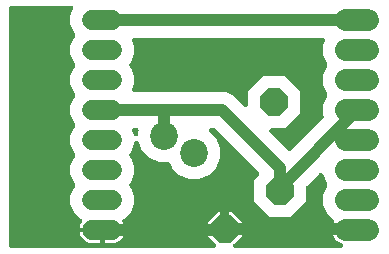
<source format=gbr>
G04 EAGLE Gerber X2 export*
G04 #@! %TF.Part,Single*
G04 #@! %TF.FileFunction,Copper,L2,Bot,Mixed*
G04 #@! %TF.FilePolarity,Positive*
G04 #@! %TF.GenerationSoftware,Autodesk,EAGLE,9.0.0*
G04 #@! %TF.CreationDate,2019-08-08T19:06:15Z*
G75*
%MOMM*%
%FSLAX34Y34*%
%LPD*%
%AMOC8*
5,1,8,0,0,1.08239X$1,22.5*%
G01*
%ADD10P,2.556822X8X112.500000*%
%ADD11C,2.362200*%
%ADD12C,1.676400*%
%ADD13C,1.879600*%
%ADD14C,1.016000*%

G36*
X208742Y10162D02*
X208742Y10162D01*
X208751Y10161D01*
X208944Y10182D01*
X209134Y10201D01*
X209142Y10203D01*
X209151Y10204D01*
X209335Y10262D01*
X209519Y10319D01*
X209526Y10323D01*
X209535Y10326D01*
X209703Y10419D01*
X209873Y10511D01*
X209879Y10516D01*
X209887Y10521D01*
X210034Y10645D01*
X210182Y10768D01*
X210187Y10775D01*
X210194Y10781D01*
X210313Y10932D01*
X210434Y11082D01*
X210438Y11090D01*
X210444Y11097D01*
X210532Y11270D01*
X210620Y11439D01*
X210622Y11448D01*
X210626Y11456D01*
X210678Y11642D01*
X210731Y11826D01*
X210732Y11835D01*
X210734Y11844D01*
X210748Y12037D01*
X210764Y12228D01*
X210763Y12236D01*
X210764Y12245D01*
X210739Y12438D01*
X210717Y12627D01*
X210714Y12636D01*
X210713Y12645D01*
X210652Y12828D01*
X210592Y13010D01*
X210588Y13018D01*
X210585Y13026D01*
X210490Y13191D01*
X210394Y13361D01*
X210389Y13368D01*
X210384Y13375D01*
X210169Y13628D01*
X203580Y20217D01*
X203580Y22416D01*
X216217Y22416D01*
X216235Y22418D01*
X216253Y22417D01*
X216435Y22438D01*
X216618Y22456D01*
X216635Y22461D01*
X216653Y22463D01*
X216827Y22520D01*
X217003Y22574D01*
X217019Y22583D01*
X217035Y22588D01*
X217196Y22679D01*
X217357Y22766D01*
X217371Y22777D01*
X217386Y22786D01*
X217525Y22906D01*
X217666Y23024D01*
X217677Y23038D01*
X217691Y23049D01*
X217803Y23194D01*
X217918Y23337D01*
X217927Y23353D01*
X217935Y23364D01*
X217965Y23308D01*
X217977Y23294D01*
X217985Y23279D01*
X218106Y23139D01*
X218223Y22999D01*
X218237Y22987D01*
X218249Y22974D01*
X218394Y22861D01*
X218537Y22746D01*
X218553Y22738D01*
X218567Y22727D01*
X218732Y22645D01*
X218894Y22561D01*
X218911Y22556D01*
X218927Y22548D01*
X219105Y22500D01*
X219281Y22449D01*
X219299Y22448D01*
X219316Y22443D01*
X219647Y22416D01*
X232284Y22416D01*
X232284Y20217D01*
X225695Y13628D01*
X225689Y13621D01*
X225682Y13616D01*
X225562Y13466D01*
X225440Y13317D01*
X225435Y13309D01*
X225430Y13302D01*
X225341Y13132D01*
X225251Y12961D01*
X225248Y12952D01*
X225244Y12945D01*
X225191Y12760D01*
X225136Y12575D01*
X225135Y12566D01*
X225133Y12558D01*
X225117Y12366D01*
X225100Y12174D01*
X225101Y12165D01*
X225100Y12156D01*
X225122Y11967D01*
X225143Y11774D01*
X225146Y11765D01*
X225147Y11757D01*
X225206Y11575D01*
X225265Y11390D01*
X225269Y11382D01*
X225272Y11374D01*
X225367Y11205D01*
X225460Y11038D01*
X225465Y11031D01*
X225470Y11023D01*
X225596Y10877D01*
X225720Y10731D01*
X225727Y10725D01*
X225733Y10718D01*
X225884Y10601D01*
X226036Y10481D01*
X226044Y10477D01*
X226051Y10472D01*
X226223Y10386D01*
X226395Y10299D01*
X226403Y10296D01*
X226411Y10292D01*
X226598Y10242D01*
X226783Y10191D01*
X226792Y10190D01*
X226800Y10188D01*
X227131Y10161D01*
X316244Y10161D01*
X316328Y10169D01*
X316413Y10168D01*
X316528Y10189D01*
X316645Y10201D01*
X316726Y10225D01*
X316809Y10241D01*
X316918Y10284D01*
X317030Y10319D01*
X317104Y10359D01*
X317182Y10390D01*
X317281Y10455D01*
X317384Y10511D01*
X317449Y10564D01*
X317519Y10611D01*
X317603Y10693D01*
X317693Y10768D01*
X317746Y10834D01*
X317806Y10893D01*
X317872Y10991D01*
X317946Y11082D01*
X317984Y11157D01*
X318032Y11227D01*
X318077Y11335D01*
X318131Y11439D01*
X318154Y11520D01*
X318187Y11598D01*
X318210Y11713D01*
X318242Y11826D01*
X318249Y11910D01*
X318266Y11993D01*
X318266Y12111D01*
X318275Y12228D01*
X318265Y12311D01*
X318265Y12396D01*
X318242Y12511D01*
X318228Y12627D01*
X318202Y12708D01*
X318186Y12790D01*
X318140Y12898D01*
X318104Y13010D01*
X318062Y13084D01*
X318029Y13161D01*
X317963Y13258D01*
X317906Y13361D01*
X317850Y13425D01*
X317803Y13494D01*
X317719Y13577D01*
X317643Y13665D01*
X317576Y13717D01*
X317516Y13776D01*
X317417Y13840D01*
X317324Y13912D01*
X317249Y13950D01*
X317178Y13996D01*
X317041Y14053D01*
X316964Y14092D01*
X316923Y14103D01*
X316872Y14124D01*
X316219Y14336D01*
X314545Y15189D01*
X313024Y16294D01*
X311696Y17622D01*
X310591Y19143D01*
X309738Y20817D01*
X309157Y22604D01*
X309117Y22861D01*
X329692Y22861D01*
X329710Y22862D01*
X329727Y22861D01*
X329910Y22882D01*
X330092Y22901D01*
X330109Y22906D01*
X330127Y22908D01*
X330302Y22965D01*
X330477Y23019D01*
X330493Y23027D01*
X330510Y23033D01*
X330670Y23123D01*
X330831Y23210D01*
X330845Y23222D01*
X330861Y23231D01*
X331000Y23351D01*
X331141Y23468D01*
X331152Y23482D01*
X331165Y23494D01*
X331278Y23639D01*
X331393Y23782D01*
X331401Y23798D01*
X331412Y23812D01*
X331494Y23977D01*
X331534Y24053D01*
X331686Y24139D01*
X331848Y24227D01*
X331861Y24238D01*
X331877Y24247D01*
X332016Y24367D01*
X332157Y24485D01*
X332168Y24498D01*
X332182Y24510D01*
X332294Y24655D01*
X332409Y24798D01*
X332417Y24814D01*
X332428Y24828D01*
X332510Y24993D01*
X332595Y25156D01*
X332600Y25173D01*
X332608Y25189D01*
X332655Y25367D01*
X332706Y25542D01*
X332708Y25560D01*
X332712Y25577D01*
X332739Y25908D01*
X332739Y29210D01*
X332737Y29228D01*
X332739Y29246D01*
X332718Y29428D01*
X332699Y29611D01*
X332694Y29628D01*
X332692Y29645D01*
X332635Y29820D01*
X332581Y29996D01*
X332573Y30011D01*
X332567Y30028D01*
X332477Y30188D01*
X332389Y30350D01*
X332378Y30363D01*
X332369Y30379D01*
X332249Y30518D01*
X332132Y30659D01*
X332118Y30670D01*
X332106Y30684D01*
X331961Y30796D01*
X331818Y30911D01*
X331802Y30919D01*
X331788Y30930D01*
X331623Y31012D01*
X331461Y31097D01*
X331444Y31102D01*
X331428Y31110D01*
X331249Y31157D01*
X331074Y31208D01*
X331056Y31210D01*
X331039Y31214D01*
X330708Y31241D01*
X329692Y31241D01*
X329674Y31239D01*
X329656Y31241D01*
X329474Y31220D01*
X329291Y31201D01*
X329274Y31196D01*
X329257Y31194D01*
X329082Y31137D01*
X328906Y31083D01*
X328891Y31075D01*
X328874Y31069D01*
X328714Y30979D01*
X328552Y30891D01*
X328539Y30880D01*
X328523Y30871D01*
X328384Y30751D01*
X328243Y30634D01*
X328232Y30620D01*
X328218Y30608D01*
X328106Y30463D01*
X327991Y30320D01*
X327983Y30304D01*
X327972Y30290D01*
X327890Y30125D01*
X327805Y29963D01*
X327800Y29946D01*
X327792Y29930D01*
X327744Y29751D01*
X327694Y29576D01*
X327692Y29558D01*
X327688Y29541D01*
X327661Y29210D01*
X327661Y27939D01*
X309117Y27939D01*
X309157Y28196D01*
X309738Y29983D01*
X310520Y31518D01*
X310555Y31609D01*
X310600Y31695D01*
X310628Y31796D01*
X310666Y31893D01*
X310683Y31989D01*
X310710Y32083D01*
X310718Y32187D01*
X310736Y32289D01*
X310733Y32387D01*
X310741Y32484D01*
X310728Y32588D01*
X310726Y32692D01*
X310704Y32787D01*
X310692Y32884D01*
X310659Y32983D01*
X310636Y33084D01*
X310596Y33173D01*
X310566Y33266D01*
X310514Y33357D01*
X310471Y33452D01*
X310415Y33531D01*
X310366Y33616D01*
X310298Y33694D01*
X310237Y33779D01*
X310166Y33846D01*
X310102Y33919D01*
X310019Y33983D01*
X309943Y34054D01*
X309860Y34105D01*
X309783Y34165D01*
X309771Y34171D01*
X304221Y39721D01*
X301243Y46909D01*
X301243Y54691D01*
X304221Y61879D01*
X304405Y62064D01*
X304417Y62077D01*
X304430Y62089D01*
X304544Y62233D01*
X304660Y62375D01*
X304669Y62391D01*
X304680Y62405D01*
X304763Y62569D01*
X304849Y62731D01*
X304854Y62748D01*
X304862Y62764D01*
X304912Y62941D01*
X304964Y63117D01*
X304965Y63134D01*
X304970Y63152D01*
X304984Y63335D01*
X305000Y63518D01*
X304998Y63535D01*
X305000Y63553D01*
X304977Y63736D01*
X304957Y63918D01*
X304952Y63935D01*
X304949Y63953D01*
X304891Y64127D01*
X304835Y64302D01*
X304827Y64317D01*
X304821Y64334D01*
X304729Y64494D01*
X304641Y64654D01*
X304629Y64668D01*
X304620Y64683D01*
X304405Y64936D01*
X304221Y65121D01*
X301182Y72457D01*
X301176Y72469D01*
X301172Y72481D01*
X301081Y72645D01*
X300992Y72812D01*
X300984Y72822D01*
X300977Y72834D01*
X300856Y72976D01*
X300736Y73122D01*
X300725Y73130D01*
X300717Y73141D01*
X300569Y73257D01*
X300423Y73376D01*
X300411Y73382D01*
X300401Y73390D01*
X300232Y73476D01*
X300067Y73563D01*
X300054Y73566D01*
X300042Y73573D01*
X299860Y73623D01*
X299680Y73676D01*
X299667Y73677D01*
X299654Y73681D01*
X299465Y73694D01*
X299279Y73710D01*
X299266Y73709D01*
X299252Y73710D01*
X299064Y73686D01*
X298879Y73665D01*
X298866Y73661D01*
X298853Y73660D01*
X298674Y73599D01*
X298496Y73542D01*
X298484Y73536D01*
X298471Y73531D01*
X298308Y73437D01*
X298144Y73346D01*
X298134Y73337D01*
X298122Y73330D01*
X297869Y73116D01*
X287489Y62735D01*
X287472Y62714D01*
X287451Y62697D01*
X287344Y62559D01*
X287234Y62424D01*
X287221Y62400D01*
X287205Y62379D01*
X287127Y62222D01*
X287045Y62068D01*
X287037Y62042D01*
X287025Y62018D01*
X286980Y61849D01*
X286930Y61682D01*
X286928Y61655D01*
X286921Y61629D01*
X286894Y61299D01*
X286894Y49573D01*
X274023Y36702D01*
X255821Y36702D01*
X242950Y49573D01*
X242950Y67775D01*
X246825Y71649D01*
X246836Y71663D01*
X246849Y71675D01*
X246963Y71819D01*
X247080Y71961D01*
X247088Y71976D01*
X247099Y71990D01*
X247182Y72155D01*
X247268Y72316D01*
X247273Y72333D01*
X247281Y72349D01*
X247331Y72527D01*
X247383Y72702D01*
X247385Y72720D01*
X247389Y72737D01*
X247403Y72920D01*
X247419Y73103D01*
X247417Y73121D01*
X247419Y73139D01*
X247396Y73321D01*
X247376Y73504D01*
X247371Y73521D01*
X247368Y73538D01*
X247310Y73712D01*
X247254Y73887D01*
X247246Y73903D01*
X247240Y73920D01*
X247148Y74079D01*
X247060Y74240D01*
X247048Y74253D01*
X247039Y74269D01*
X246825Y74522D01*
X210182Y111164D01*
X210161Y111181D01*
X210144Y111202D01*
X210006Y111309D01*
X209871Y111419D01*
X209847Y111432D01*
X209826Y111448D01*
X209669Y111526D01*
X209515Y111608D01*
X209489Y111616D01*
X209465Y111628D01*
X209296Y111673D01*
X209129Y111723D01*
X209102Y111725D01*
X209076Y111732D01*
X208746Y111759D01*
X206919Y111759D01*
X206910Y111758D01*
X206902Y111759D01*
X206710Y111738D01*
X206519Y111719D01*
X206510Y111717D01*
X206501Y111716D01*
X206319Y111658D01*
X206134Y111601D01*
X206126Y111597D01*
X206117Y111594D01*
X205949Y111501D01*
X205780Y111409D01*
X205773Y111404D01*
X205765Y111399D01*
X205617Y111274D01*
X205470Y111152D01*
X205465Y111145D01*
X205458Y111139D01*
X205339Y110988D01*
X205218Y110838D01*
X205214Y110830D01*
X205208Y110823D01*
X205121Y110650D01*
X205033Y110481D01*
X205030Y110472D01*
X205026Y110464D01*
X204974Y110278D01*
X204921Y110094D01*
X204921Y110085D01*
X204918Y110076D01*
X204904Y109883D01*
X204888Y109692D01*
X204889Y109684D01*
X204889Y109675D01*
X204913Y109482D01*
X204935Y109293D01*
X204938Y109284D01*
X204939Y109275D01*
X205001Y109092D01*
X205060Y108910D01*
X205065Y108902D01*
X205067Y108894D01*
X205163Y108727D01*
X205258Y108559D01*
X205264Y108552D01*
X205268Y108545D01*
X205483Y108292D01*
X210651Y103124D01*
X213996Y95048D01*
X213996Y86308D01*
X210651Y78232D01*
X204470Y72051D01*
X196394Y68706D01*
X187654Y68706D01*
X179578Y72051D01*
X173397Y78232D01*
X172076Y81422D01*
X172065Y81442D01*
X172058Y81463D01*
X171970Y81620D01*
X171886Y81777D01*
X171871Y81794D01*
X171860Y81814D01*
X171743Y81950D01*
X171629Y82088D01*
X171612Y82102D01*
X171597Y82119D01*
X171456Y82228D01*
X171317Y82341D01*
X171297Y82352D01*
X171279Y82365D01*
X171118Y82445D01*
X170960Y82528D01*
X170939Y82535D01*
X170919Y82545D01*
X170745Y82591D01*
X170574Y82641D01*
X170551Y82643D01*
X170530Y82649D01*
X170199Y82676D01*
X162508Y82676D01*
X154432Y86021D01*
X148251Y92202D01*
X145133Y99731D01*
X145131Y99735D01*
X145129Y99739D01*
X145034Y99915D01*
X144942Y100086D01*
X144940Y100089D01*
X144937Y100093D01*
X144811Y100245D01*
X144686Y100396D01*
X144682Y100399D01*
X144680Y100403D01*
X144527Y100525D01*
X144373Y100650D01*
X144369Y100652D01*
X144366Y100655D01*
X144191Y100746D01*
X144017Y100837D01*
X144013Y100838D01*
X144009Y100840D01*
X143819Y100895D01*
X143630Y100950D01*
X143626Y100951D01*
X143622Y100952D01*
X143424Y100968D01*
X143229Y100985D01*
X143225Y100984D01*
X143220Y100985D01*
X143023Y100962D01*
X142829Y100940D01*
X142825Y100938D01*
X142821Y100938D01*
X142632Y100876D01*
X142446Y100817D01*
X142442Y100814D01*
X142438Y100813D01*
X142265Y100716D01*
X142094Y100620D01*
X142091Y100617D01*
X142087Y100615D01*
X141938Y100487D01*
X141789Y100358D01*
X141786Y100355D01*
X141782Y100352D01*
X141663Y100198D01*
X141540Y100041D01*
X141538Y100037D01*
X141536Y100034D01*
X141448Y99857D01*
X141360Y99682D01*
X141358Y99677D01*
X141356Y99673D01*
X141305Y99480D01*
X141253Y99293D01*
X141253Y99289D01*
X141252Y99285D01*
X141225Y98954D01*
X141225Y97912D01*
X138402Y91096D01*
X137642Y90336D01*
X137630Y90323D01*
X137617Y90311D01*
X137503Y90167D01*
X137387Y90025D01*
X137378Y90009D01*
X137367Y89995D01*
X137284Y89831D01*
X137198Y89669D01*
X137193Y89652D01*
X137185Y89636D01*
X137136Y89459D01*
X137083Y89283D01*
X137082Y89265D01*
X137077Y89248D01*
X137063Y89065D01*
X137047Y88882D01*
X137049Y88864D01*
X137047Y88847D01*
X137070Y88665D01*
X137090Y88482D01*
X137096Y88465D01*
X137098Y88447D01*
X137156Y88274D01*
X137212Y88098D01*
X137220Y88082D01*
X137226Y88066D01*
X137318Y87906D01*
X137407Y87746D01*
X137418Y87732D01*
X137427Y87717D01*
X137642Y87464D01*
X138402Y86704D01*
X141225Y79888D01*
X141225Y72512D01*
X138402Y65696D01*
X137642Y64936D01*
X137630Y64923D01*
X137617Y64911D01*
X137503Y64767D01*
X137387Y64625D01*
X137378Y64609D01*
X137367Y64595D01*
X137284Y64431D01*
X137198Y64269D01*
X137193Y64252D01*
X137185Y64236D01*
X137136Y64059D01*
X137083Y63883D01*
X137082Y63865D01*
X137077Y63848D01*
X137063Y63665D01*
X137047Y63482D01*
X137049Y63464D01*
X137047Y63447D01*
X137070Y63265D01*
X137090Y63082D01*
X137096Y63065D01*
X137098Y63047D01*
X137156Y62874D01*
X137212Y62698D01*
X137220Y62682D01*
X137226Y62666D01*
X137318Y62507D01*
X137407Y62346D01*
X137418Y62332D01*
X137427Y62317D01*
X137642Y62064D01*
X138402Y61304D01*
X141225Y54488D01*
X141225Y47112D01*
X138402Y40296D01*
X133186Y35080D01*
X132464Y34781D01*
X132415Y34755D01*
X132363Y34736D01*
X132238Y34660D01*
X132109Y34591D01*
X132066Y34556D01*
X132019Y34527D01*
X131912Y34428D01*
X131799Y34335D01*
X131764Y34292D01*
X131723Y34254D01*
X131637Y34136D01*
X131545Y34022D01*
X131519Y33973D01*
X131487Y33928D01*
X131426Y33795D01*
X131358Y33666D01*
X131342Y33612D01*
X131319Y33562D01*
X131286Y33420D01*
X131245Y33279D01*
X131240Y33224D01*
X131228Y33170D01*
X131223Y33024D01*
X131210Y32878D01*
X131217Y32823D01*
X131215Y32767D01*
X131239Y32623D01*
X131256Y32478D01*
X131273Y32425D01*
X131282Y32370D01*
X131334Y32234D01*
X131379Y32095D01*
X131406Y32046D01*
X131426Y31994D01*
X131537Y31811D01*
X131575Y31743D01*
X131587Y31730D01*
X131598Y31711D01*
X132024Y31125D01*
X132804Y29593D01*
X133336Y27958D01*
X133419Y27431D01*
X114300Y27431D01*
X95181Y27431D01*
X95264Y27958D01*
X95796Y29593D01*
X96576Y31125D01*
X97002Y31711D01*
X97030Y31759D01*
X97065Y31802D01*
X97131Y31932D01*
X97205Y32058D01*
X97223Y32111D01*
X97249Y32160D01*
X97288Y32301D01*
X97336Y32439D01*
X97343Y32494D01*
X97358Y32548D01*
X97370Y32694D01*
X97389Y32838D01*
X97385Y32894D01*
X97389Y32949D01*
X97372Y33094D01*
X97362Y33240D01*
X97347Y33294D01*
X97341Y33349D01*
X97295Y33488D01*
X97256Y33629D01*
X97232Y33678D01*
X97214Y33731D01*
X97142Y33858D01*
X97076Y33989D01*
X97042Y34032D01*
X97015Y34081D01*
X96918Y34191D01*
X96829Y34306D01*
X96787Y34342D01*
X96750Y34384D01*
X96634Y34474D01*
X96524Y34569D01*
X96475Y34596D01*
X96431Y34630D01*
X96240Y34728D01*
X96173Y34766D01*
X96156Y34771D01*
X96136Y34781D01*
X95414Y35080D01*
X90198Y40296D01*
X87375Y47112D01*
X87375Y54488D01*
X90198Y61304D01*
X90958Y62064D01*
X90970Y62078D01*
X90983Y62089D01*
X91097Y62233D01*
X91213Y62375D01*
X91222Y62391D01*
X91233Y62405D01*
X91316Y62569D01*
X91402Y62731D01*
X91407Y62748D01*
X91415Y62764D01*
X91464Y62941D01*
X91517Y63117D01*
X91518Y63135D01*
X91523Y63152D01*
X91537Y63335D01*
X91553Y63518D01*
X91551Y63536D01*
X91553Y63553D01*
X91530Y63735D01*
X91510Y63918D01*
X91504Y63935D01*
X91502Y63953D01*
X91444Y64126D01*
X91388Y64302D01*
X91380Y64318D01*
X91374Y64334D01*
X91282Y64494D01*
X91193Y64654D01*
X91182Y64668D01*
X91173Y64683D01*
X90958Y64936D01*
X90198Y65696D01*
X87375Y72512D01*
X87375Y79888D01*
X90198Y86704D01*
X90958Y87464D01*
X90970Y87478D01*
X90983Y87489D01*
X91097Y87633D01*
X91213Y87775D01*
X91222Y87791D01*
X91233Y87805D01*
X91316Y87969D01*
X91402Y88131D01*
X91407Y88148D01*
X91415Y88164D01*
X91464Y88341D01*
X91517Y88517D01*
X91518Y88535D01*
X91523Y88552D01*
X91537Y88735D01*
X91553Y88918D01*
X91551Y88936D01*
X91553Y88953D01*
X91530Y89135D01*
X91510Y89318D01*
X91504Y89335D01*
X91502Y89353D01*
X91444Y89526D01*
X91388Y89702D01*
X91380Y89718D01*
X91374Y89734D01*
X91282Y89894D01*
X91193Y90054D01*
X91182Y90068D01*
X91173Y90083D01*
X90958Y90336D01*
X90198Y91096D01*
X87375Y97912D01*
X87375Y105288D01*
X90198Y112104D01*
X90958Y112864D01*
X90970Y112878D01*
X90983Y112889D01*
X91097Y113033D01*
X91213Y113175D01*
X91222Y113191D01*
X91233Y113205D01*
X91316Y113369D01*
X91402Y113531D01*
X91407Y113548D01*
X91415Y113564D01*
X91464Y113741D01*
X91517Y113917D01*
X91518Y113935D01*
X91523Y113952D01*
X91537Y114135D01*
X91553Y114318D01*
X91551Y114336D01*
X91553Y114353D01*
X91530Y114535D01*
X91510Y114718D01*
X91504Y114735D01*
X91502Y114753D01*
X91444Y114926D01*
X91388Y115102D01*
X91380Y115118D01*
X91374Y115134D01*
X91282Y115294D01*
X91193Y115454D01*
X91182Y115468D01*
X91173Y115483D01*
X90958Y115736D01*
X90198Y116496D01*
X87375Y123312D01*
X87375Y130688D01*
X90198Y137504D01*
X90958Y138264D01*
X90970Y138278D01*
X90983Y138289D01*
X91097Y138433D01*
X91213Y138575D01*
X91222Y138591D01*
X91233Y138605D01*
X91316Y138769D01*
X91402Y138931D01*
X91407Y138948D01*
X91415Y138964D01*
X91464Y139141D01*
X91517Y139317D01*
X91518Y139335D01*
X91523Y139352D01*
X91537Y139535D01*
X91553Y139718D01*
X91551Y139736D01*
X91553Y139753D01*
X91530Y139935D01*
X91510Y140118D01*
X91504Y140135D01*
X91502Y140153D01*
X91444Y140326D01*
X91388Y140502D01*
X91380Y140518D01*
X91374Y140534D01*
X91282Y140694D01*
X91193Y140854D01*
X91182Y140868D01*
X91173Y140883D01*
X90958Y141136D01*
X90198Y141896D01*
X87375Y148712D01*
X87375Y156088D01*
X90198Y162904D01*
X90958Y163664D01*
X90970Y163678D01*
X90983Y163689D01*
X91097Y163833D01*
X91213Y163975D01*
X91222Y163991D01*
X91233Y164005D01*
X91316Y164169D01*
X91402Y164331D01*
X91407Y164348D01*
X91415Y164364D01*
X91464Y164541D01*
X91517Y164717D01*
X91518Y164735D01*
X91523Y164752D01*
X91537Y164935D01*
X91553Y165118D01*
X91551Y165136D01*
X91553Y165153D01*
X91530Y165335D01*
X91510Y165518D01*
X91504Y165535D01*
X91502Y165553D01*
X91444Y165726D01*
X91388Y165902D01*
X91380Y165918D01*
X91374Y165934D01*
X91282Y166094D01*
X91193Y166254D01*
X91182Y166268D01*
X91173Y166283D01*
X90958Y166536D01*
X90198Y167296D01*
X87375Y174112D01*
X87375Y181488D01*
X90198Y188304D01*
X90958Y189064D01*
X90970Y189078D01*
X90983Y189089D01*
X91097Y189233D01*
X91213Y189375D01*
X91222Y189391D01*
X91233Y189405D01*
X91316Y189569D01*
X91402Y189731D01*
X91407Y189748D01*
X91415Y189764D01*
X91464Y189941D01*
X91517Y190117D01*
X91518Y190135D01*
X91523Y190152D01*
X91537Y190334D01*
X91553Y190518D01*
X91551Y190536D01*
X91553Y190553D01*
X91530Y190735D01*
X91510Y190918D01*
X91504Y190935D01*
X91502Y190953D01*
X91444Y191126D01*
X91388Y191302D01*
X91380Y191318D01*
X91374Y191334D01*
X91282Y191494D01*
X91193Y191654D01*
X91182Y191668D01*
X91173Y191683D01*
X90958Y191936D01*
X90198Y192696D01*
X87375Y199512D01*
X87375Y206888D01*
X89630Y212331D01*
X89633Y212344D01*
X89640Y212355D01*
X89692Y212536D01*
X89746Y212716D01*
X89747Y212729D01*
X89751Y212742D01*
X89766Y212930D01*
X89784Y213117D01*
X89783Y213130D01*
X89784Y213144D01*
X89762Y213331D01*
X89742Y213517D01*
X89739Y213530D01*
X89737Y213543D01*
X89678Y213723D01*
X89623Y213902D01*
X89616Y213913D01*
X89612Y213926D01*
X89519Y214091D01*
X89429Y214255D01*
X89421Y214265D01*
X89414Y214277D01*
X89291Y214419D01*
X89170Y214563D01*
X89160Y214571D01*
X89151Y214582D01*
X89003Y214697D01*
X88855Y214814D01*
X88844Y214820D01*
X88833Y214828D01*
X88664Y214912D01*
X88497Y214998D01*
X88484Y215002D01*
X88472Y215008D01*
X88289Y215057D01*
X88110Y215108D01*
X88097Y215109D01*
X88084Y215112D01*
X87753Y215139D01*
X37592Y215139D01*
X37574Y215137D01*
X37556Y215139D01*
X37374Y215118D01*
X37191Y215099D01*
X37174Y215094D01*
X37157Y215092D01*
X36982Y215035D01*
X36806Y214981D01*
X36791Y214973D01*
X36774Y214967D01*
X36614Y214877D01*
X36452Y214789D01*
X36439Y214778D01*
X36423Y214769D01*
X36284Y214649D01*
X36143Y214532D01*
X36132Y214518D01*
X36118Y214506D01*
X36006Y214361D01*
X35891Y214218D01*
X35883Y214202D01*
X35872Y214188D01*
X35790Y214023D01*
X35705Y213861D01*
X35700Y213844D01*
X35692Y213828D01*
X35645Y213649D01*
X35594Y213474D01*
X35592Y213456D01*
X35588Y213439D01*
X35561Y213108D01*
X35561Y12192D01*
X35563Y12174D01*
X35561Y12156D01*
X35582Y11974D01*
X35601Y11791D01*
X35606Y11774D01*
X35608Y11757D01*
X35665Y11582D01*
X35719Y11406D01*
X35727Y11391D01*
X35733Y11374D01*
X35823Y11214D01*
X35911Y11052D01*
X35922Y11039D01*
X35931Y11023D01*
X36051Y10884D01*
X36168Y10743D01*
X36182Y10732D01*
X36194Y10718D01*
X36339Y10606D01*
X36482Y10491D01*
X36498Y10483D01*
X36512Y10472D01*
X36677Y10390D01*
X36839Y10305D01*
X36856Y10300D01*
X36872Y10292D01*
X37051Y10245D01*
X37226Y10194D01*
X37244Y10192D01*
X37261Y10188D01*
X37592Y10161D01*
X208733Y10161D01*
X208742Y10162D01*
G37*
G36*
X273086Y92247D02*
X273086Y92247D01*
X273103Y92246D01*
X273285Y92269D01*
X273468Y92288D01*
X273485Y92294D01*
X273503Y92296D01*
X273677Y92355D01*
X273852Y92410D01*
X273868Y92419D01*
X273884Y92424D01*
X274044Y92516D01*
X274204Y92605D01*
X274218Y92616D01*
X274233Y92625D01*
X274486Y92840D01*
X301312Y119666D01*
X301327Y119683D01*
X301343Y119698D01*
X301454Y119839D01*
X301567Y119978D01*
X301578Y119997D01*
X301592Y120015D01*
X301673Y120176D01*
X301756Y120333D01*
X301762Y120354D01*
X301772Y120375D01*
X301820Y120548D01*
X301871Y120719D01*
X301873Y120741D01*
X301879Y120763D01*
X301891Y120942D01*
X301907Y121120D01*
X301905Y121142D01*
X301906Y121165D01*
X301883Y121342D01*
X301864Y121520D01*
X301857Y121542D01*
X301854Y121564D01*
X301753Y121880D01*
X301243Y123110D01*
X301243Y130891D01*
X304221Y138079D01*
X304405Y138264D01*
X304417Y138277D01*
X304430Y138289D01*
X304544Y138433D01*
X304660Y138575D01*
X304669Y138591D01*
X304680Y138605D01*
X304763Y138769D01*
X304849Y138931D01*
X304854Y138948D01*
X304862Y138964D01*
X304912Y139141D01*
X304964Y139317D01*
X304965Y139334D01*
X304970Y139352D01*
X304984Y139535D01*
X305000Y139718D01*
X304998Y139735D01*
X305000Y139753D01*
X304977Y139936D01*
X304957Y140118D01*
X304952Y140135D01*
X304949Y140153D01*
X304891Y140327D01*
X304835Y140502D01*
X304827Y140517D01*
X304821Y140534D01*
X304729Y140694D01*
X304641Y140854D01*
X304629Y140868D01*
X304620Y140883D01*
X304405Y141136D01*
X304221Y141321D01*
X301243Y148509D01*
X301243Y156291D01*
X304221Y163479D01*
X304405Y163664D01*
X304417Y163677D01*
X304430Y163689D01*
X304544Y163833D01*
X304660Y163975D01*
X304669Y163991D01*
X304680Y164005D01*
X304763Y164169D01*
X304849Y164331D01*
X304854Y164348D01*
X304862Y164364D01*
X304912Y164541D01*
X304964Y164717D01*
X304965Y164734D01*
X304970Y164752D01*
X304984Y164935D01*
X305000Y165118D01*
X304998Y165135D01*
X305000Y165153D01*
X304977Y165336D01*
X304957Y165518D01*
X304952Y165535D01*
X304949Y165553D01*
X304891Y165727D01*
X304835Y165902D01*
X304827Y165917D01*
X304821Y165934D01*
X304729Y166094D01*
X304641Y166254D01*
X304629Y166268D01*
X304620Y166283D01*
X304405Y166536D01*
X304221Y166721D01*
X301243Y173909D01*
X301243Y181690D01*
X302677Y185151D01*
X302680Y185164D01*
X302687Y185175D01*
X302738Y185355D01*
X302793Y185536D01*
X302794Y185549D01*
X302798Y185562D01*
X302813Y185750D01*
X302831Y185937D01*
X302830Y185950D01*
X302831Y185964D01*
X302809Y186150D01*
X302790Y186337D01*
X302785Y186350D01*
X302784Y186363D01*
X302726Y186542D01*
X302670Y186722D01*
X302663Y186733D01*
X302659Y186746D01*
X302566Y186911D01*
X302476Y187075D01*
X302468Y187085D01*
X302461Y187097D01*
X302338Y187239D01*
X302217Y187383D01*
X302207Y187391D01*
X302198Y187402D01*
X302050Y187516D01*
X301902Y187634D01*
X301890Y187640D01*
X301880Y187648D01*
X301712Y187732D01*
X301544Y187818D01*
X301531Y187822D01*
X301519Y187828D01*
X301337Y187877D01*
X301157Y187928D01*
X301144Y187929D01*
X301131Y187932D01*
X300800Y187959D01*
X141584Y187959D01*
X141571Y187958D01*
X141558Y187959D01*
X141372Y187938D01*
X141184Y187919D01*
X141171Y187915D01*
X141158Y187914D01*
X140978Y187856D01*
X140799Y187801D01*
X140787Y187795D01*
X140774Y187791D01*
X140610Y187699D01*
X140445Y187609D01*
X140435Y187601D01*
X140423Y187594D01*
X140280Y187472D01*
X140136Y187352D01*
X140127Y187341D01*
X140117Y187333D01*
X140001Y187184D01*
X139883Y187038D01*
X139877Y187026D01*
X139869Y187016D01*
X139784Y186846D01*
X139698Y186681D01*
X139694Y186668D01*
X139688Y186656D01*
X139638Y186473D01*
X139586Y186294D01*
X139585Y186280D01*
X139582Y186267D01*
X139569Y186079D01*
X139553Y185892D01*
X139555Y185879D01*
X139554Y185866D01*
X139579Y185678D01*
X139600Y185493D01*
X139604Y185480D01*
X139606Y185467D01*
X139708Y185151D01*
X141225Y181488D01*
X141225Y174112D01*
X138402Y167296D01*
X137642Y166536D01*
X137630Y166523D01*
X137617Y166511D01*
X137503Y166367D01*
X137387Y166225D01*
X137378Y166209D01*
X137367Y166195D01*
X137284Y166031D01*
X137198Y165869D01*
X137193Y165852D01*
X137185Y165836D01*
X137136Y165659D01*
X137083Y165483D01*
X137082Y165465D01*
X137077Y165448D01*
X137063Y165265D01*
X137047Y165082D01*
X137049Y165064D01*
X137047Y165047D01*
X137070Y164865D01*
X137090Y164682D01*
X137096Y164665D01*
X137098Y164647D01*
X137156Y164474D01*
X137212Y164298D01*
X137220Y164282D01*
X137226Y164266D01*
X137318Y164107D01*
X137407Y163946D01*
X137418Y163932D01*
X137427Y163917D01*
X137642Y163664D01*
X138402Y162904D01*
X141225Y156088D01*
X141225Y148712D01*
X139708Y145049D01*
X139704Y145036D01*
X139698Y145025D01*
X139646Y144845D01*
X139591Y144664D01*
X139590Y144651D01*
X139586Y144638D01*
X139571Y144450D01*
X139553Y144263D01*
X139555Y144250D01*
X139553Y144236D01*
X139575Y144050D01*
X139595Y143863D01*
X139599Y143850D01*
X139600Y143837D01*
X139659Y143658D01*
X139715Y143478D01*
X139721Y143467D01*
X139725Y143454D01*
X139817Y143290D01*
X139908Y143125D01*
X139917Y143115D01*
X139923Y143103D01*
X140046Y142961D01*
X140167Y142817D01*
X140178Y142809D01*
X140186Y142798D01*
X140334Y142684D01*
X140482Y142566D01*
X140494Y142560D01*
X140504Y142552D01*
X140673Y142468D01*
X140840Y142382D01*
X140853Y142378D01*
X140865Y142372D01*
X141048Y142323D01*
X141227Y142272D01*
X141241Y142271D01*
X141254Y142268D01*
X141584Y142241D01*
X218932Y142241D01*
X224533Y139920D01*
X234149Y130305D01*
X234156Y130299D01*
X234161Y130292D01*
X234311Y130172D01*
X234460Y130050D01*
X234468Y130046D01*
X234475Y130040D01*
X234645Y129952D01*
X234816Y129861D01*
X234825Y129859D01*
X234832Y129855D01*
X235017Y129801D01*
X235202Y129746D01*
X235211Y129746D01*
X235219Y129743D01*
X235411Y129728D01*
X235603Y129710D01*
X235612Y129711D01*
X235621Y129710D01*
X235810Y129732D01*
X236003Y129753D01*
X236012Y129756D01*
X236020Y129757D01*
X236202Y129817D01*
X236387Y129875D01*
X236395Y129879D01*
X236403Y129882D01*
X236572Y129977D01*
X236739Y130070D01*
X236746Y130076D01*
X236754Y130080D01*
X236900Y130206D01*
X237046Y130330D01*
X237052Y130337D01*
X237059Y130343D01*
X237176Y130495D01*
X237296Y130646D01*
X237300Y130654D01*
X237305Y130661D01*
X237391Y130833D01*
X237478Y131005D01*
X237481Y131014D01*
X237485Y131022D01*
X237535Y131208D01*
X237586Y131393D01*
X237587Y131402D01*
X237589Y131411D01*
X237616Y131741D01*
X237616Y142705D01*
X250487Y155576D01*
X268689Y155576D01*
X281560Y142705D01*
X281560Y124503D01*
X268689Y111632D01*
X257725Y111632D01*
X257716Y111631D01*
X257707Y111632D01*
X257514Y111611D01*
X257325Y111592D01*
X257316Y111590D01*
X257307Y111589D01*
X257124Y111531D01*
X256940Y111474D01*
X256932Y111470D01*
X256923Y111467D01*
X256756Y111375D01*
X256586Y111282D01*
X256579Y111277D01*
X256571Y111272D01*
X256424Y111148D01*
X256276Y111025D01*
X256271Y111018D01*
X256264Y111012D01*
X256144Y110860D01*
X256024Y110711D01*
X256020Y110703D01*
X256014Y110696D01*
X255926Y110522D01*
X255839Y110354D01*
X255836Y110345D01*
X255832Y110337D01*
X255780Y110151D01*
X255727Y109967D01*
X255726Y109958D01*
X255724Y109949D01*
X255710Y109756D01*
X255694Y109565D01*
X255695Y109557D01*
X255695Y109548D01*
X255719Y109355D01*
X255741Y109166D01*
X255744Y109157D01*
X255745Y109148D01*
X255806Y108965D01*
X255866Y108783D01*
X255870Y108775D01*
X255873Y108767D01*
X255969Y108600D01*
X256064Y108432D01*
X256070Y108425D01*
X256074Y108418D01*
X256289Y108165D01*
X271614Y92840D01*
X271628Y92829D01*
X271639Y92815D01*
X271783Y92701D01*
X271925Y92585D01*
X271941Y92577D01*
X271955Y92565D01*
X272119Y92482D01*
X272281Y92396D01*
X272298Y92391D01*
X272314Y92383D01*
X272491Y92334D01*
X272667Y92281D01*
X272685Y92280D01*
X272702Y92275D01*
X272885Y92262D01*
X273068Y92245D01*
X273086Y92247D01*
G37*
%LPC*%
G36*
X116331Y14477D02*
X116331Y14477D01*
X116331Y23369D01*
X133419Y23369D01*
X133336Y22842D01*
X132804Y21207D01*
X132024Y19675D01*
X131013Y18284D01*
X129798Y17069D01*
X128407Y16058D01*
X126875Y15278D01*
X125240Y14746D01*
X123542Y14477D01*
X116331Y14477D01*
G37*
%LPD*%
%LPC*%
G36*
X105058Y14477D02*
X105058Y14477D01*
X103360Y14746D01*
X101725Y15278D01*
X100193Y16058D01*
X98802Y17069D01*
X97587Y18284D01*
X96576Y19675D01*
X95796Y21207D01*
X95264Y22842D01*
X95181Y23369D01*
X112269Y23369D01*
X112269Y14477D01*
X105058Y14477D01*
G37*
%LPD*%
%LPC*%
G36*
X221678Y29908D02*
X221678Y29908D01*
X221678Y40514D01*
X223877Y40514D01*
X232284Y32107D01*
X232284Y29908D01*
X221678Y29908D01*
G37*
%LPD*%
%LPC*%
G36*
X203580Y29908D02*
X203580Y29908D01*
X203580Y32107D01*
X211987Y40514D01*
X214186Y40514D01*
X214186Y29908D01*
X203580Y29908D01*
G37*
%LPD*%
G36*
X142906Y104582D02*
X142906Y104582D01*
X142911Y104581D01*
X143108Y104604D01*
X143302Y104626D01*
X143306Y104628D01*
X143310Y104628D01*
X143497Y104689D01*
X143685Y104749D01*
X143689Y104752D01*
X143693Y104753D01*
X143864Y104849D01*
X144037Y104946D01*
X144040Y104949D01*
X144044Y104951D01*
X144193Y105079D01*
X144342Y105208D01*
X144345Y105211D01*
X144349Y105214D01*
X144468Y105368D01*
X144591Y105525D01*
X144593Y105529D01*
X144595Y105532D01*
X144683Y105709D01*
X144771Y105884D01*
X144773Y105889D01*
X144775Y105893D01*
X144826Y106084D01*
X144878Y106273D01*
X144878Y106277D01*
X144879Y106281D01*
X144906Y106612D01*
X144906Y109038D01*
X144940Y109155D01*
X144995Y109336D01*
X144996Y109349D01*
X145000Y109362D01*
X145015Y109550D01*
X145033Y109737D01*
X145031Y109750D01*
X145033Y109764D01*
X145011Y109951D01*
X144991Y110137D01*
X144987Y110150D01*
X144986Y110163D01*
X144927Y110342D01*
X144871Y110522D01*
X144865Y110533D01*
X144861Y110546D01*
X144768Y110710D01*
X144678Y110875D01*
X144669Y110885D01*
X144663Y110897D01*
X144540Y111039D01*
X144419Y111183D01*
X144408Y111191D01*
X144400Y111202D01*
X144251Y111317D01*
X144104Y111434D01*
X144092Y111440D01*
X144082Y111448D01*
X143913Y111532D01*
X143746Y111618D01*
X143733Y111622D01*
X143721Y111628D01*
X143539Y111677D01*
X143359Y111728D01*
X143345Y111729D01*
X143332Y111732D01*
X143002Y111759D01*
X141584Y111759D01*
X141571Y111758D01*
X141558Y111759D01*
X141372Y111738D01*
X141184Y111719D01*
X141171Y111715D01*
X141158Y111714D01*
X140978Y111656D01*
X140799Y111601D01*
X140787Y111595D01*
X140774Y111591D01*
X140610Y111499D01*
X140445Y111409D01*
X140435Y111401D01*
X140423Y111394D01*
X140280Y111272D01*
X140136Y111152D01*
X140127Y111141D01*
X140117Y111133D01*
X140001Y110984D01*
X139883Y110838D01*
X139877Y110826D01*
X139869Y110816D01*
X139784Y110647D01*
X139698Y110481D01*
X139694Y110468D01*
X139688Y110456D01*
X139638Y110274D01*
X139586Y110094D01*
X139585Y110080D01*
X139582Y110067D01*
X139569Y109879D01*
X139553Y109692D01*
X139555Y109679D01*
X139554Y109666D01*
X139579Y109478D01*
X139600Y109293D01*
X139604Y109280D01*
X139606Y109267D01*
X139708Y108951D01*
X140998Y105835D01*
X141000Y105831D01*
X141002Y105827D01*
X141096Y105653D01*
X141189Y105480D01*
X141191Y105476D01*
X141194Y105473D01*
X141320Y105321D01*
X141445Y105170D01*
X141449Y105167D01*
X141451Y105163D01*
X141604Y105041D01*
X141758Y104916D01*
X141762Y104914D01*
X141765Y104911D01*
X141937Y104822D01*
X142114Y104729D01*
X142119Y104727D01*
X142122Y104725D01*
X142309Y104672D01*
X142501Y104616D01*
X142505Y104615D01*
X142509Y104614D01*
X142707Y104598D01*
X142902Y104581D01*
X142906Y104582D01*
G37*
D10*
X259588Y133604D03*
X264922Y58674D03*
X217932Y26162D03*
D11*
X192024Y90678D03*
X166878Y104648D03*
D12*
X122682Y203200D02*
X105918Y203200D01*
X105918Y177800D02*
X122682Y177800D01*
X122682Y152400D02*
X105918Y152400D01*
X105918Y127000D02*
X122682Y127000D01*
X122682Y101600D02*
X105918Y101600D01*
X105918Y76200D02*
X122682Y76200D01*
X122682Y50800D02*
X105918Y50800D01*
X105918Y25400D02*
X122682Y25400D01*
D13*
X320802Y25400D02*
X339598Y25400D01*
X339598Y50800D02*
X320802Y50800D01*
X320802Y76200D02*
X339598Y76200D01*
X339598Y101600D02*
X320802Y101600D01*
X320802Y127000D02*
X339598Y127000D01*
X339598Y152400D02*
X320802Y152400D01*
X320802Y177800D02*
X339598Y177800D01*
X339598Y203200D02*
X320802Y203200D01*
D14*
X330200Y203200D02*
X114300Y203200D01*
X114300Y25400D02*
X217932Y25400D01*
X217932Y26162D01*
X330200Y26162D01*
X330200Y25400D01*
X165100Y127000D02*
X114300Y127000D01*
X165100Y127000D02*
X215900Y127000D01*
X261874Y58674D02*
X264922Y58674D01*
X261874Y58674D02*
X330200Y127000D01*
X264922Y77978D02*
X264922Y58674D01*
X264922Y77978D02*
X215900Y127000D01*
X166878Y125222D02*
X166878Y104648D01*
X166878Y125222D02*
X165100Y127000D01*
M02*

</source>
